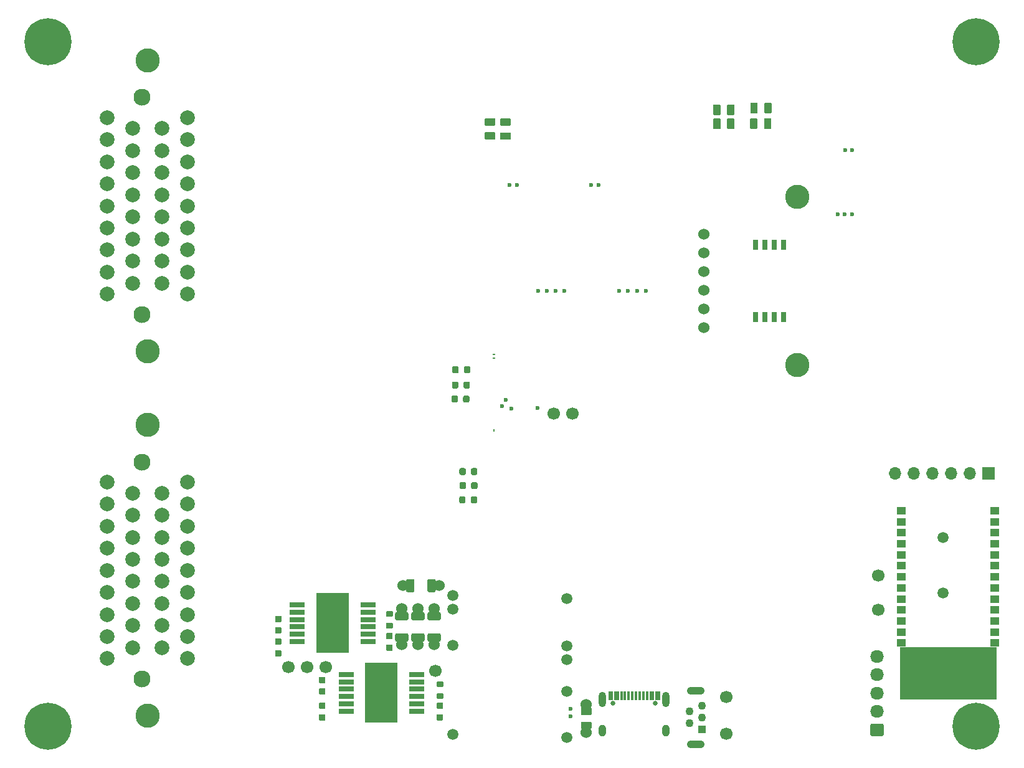
<source format=gts>
G04 #@! TF.GenerationSoftware,KiCad,Pcbnew,8.0.9-8.0.9-0~ubuntu24.04.1*
G04 #@! TF.CreationDate,2025-10-26T12:29:57+00:00*
G04 #@! TF.ProjectId,uaefi,75616566-692e-46b6-9963-61645f706362,E*
G04 #@! TF.SameCoordinates,Original*
G04 #@! TF.FileFunction,Soldermask,Top*
G04 #@! TF.FilePolarity,Negative*
%FSLAX46Y46*%
G04 Gerber Fmt 4.6, Leading zero omitted, Abs format (unit mm)*
G04 Created by KiCad (PCBNEW 8.0.9-8.0.9-0~ubuntu24.04.1) date 2025-10-26 12:29:57*
%MOMM*%
%LPD*%
G01*
G04 APERTURE LIST*
%ADD10C,0.120000*%
%ADD11C,1.700000*%
%ADD12C,3.300000*%
%ADD13C,2.300000*%
%ADD14C,2.000000*%
%ADD15C,0.800000*%
%ADD16C,6.400000*%
%ADD17C,1.524000*%
%ADD18O,1.850000X1.700000*%
%ADD19C,0.600000*%
%ADD20R,1.100000X1.100000*%
%ADD21C,1.100000*%
%ADD22O,2.400000X1.100000*%
%ADD23C,1.500000*%
%ADD24O,0.250000X0.499999*%
%ADD25O,0.499999X0.250000*%
%ADD26C,0.599999*%
%ADD27R,1.300000X1.000000*%
%ADD28R,2.000000X0.650000*%
%ADD29R,4.500000X8.100000*%
%ADD30C,0.650000*%
%ADD31R,0.300000X1.150000*%
%ADD32O,1.000000X2.100000*%
%ADD33O,1.000000X1.600000*%
%ADD34R,1.700000X1.700000*%
%ADD35O,1.700000X1.700000*%
%ADD36C,3.302000*%
%ADD37R,0.690000X1.350000*%
G04 APERTURE END LIST*
D10*
G04 #@! TO.C,U5*
X132332487Y7235000D02*
X119332487Y7235000D01*
X119332487Y14235000D01*
X132332487Y14235000D01*
X132332487Y7235000D01*
G36*
X132332487Y7235000D02*
G01*
X119332487Y7235000D01*
X119332487Y14235000D01*
X132332487Y14235000D01*
X132332487Y7235000D01*
G37*
G04 #@! TD*
G04 #@! TO.C,R40*
G36*
G01*
X64205000Y83249999D02*
X62955000Y83249999D01*
G75*
G02*
X62855000Y83349999I0J100000D01*
G01*
X62855000Y84149999D01*
G75*
G02*
X62955000Y84249999I100000J0D01*
G01*
X64205000Y84249999D01*
G75*
G02*
X64305000Y84149999I0J-100000D01*
G01*
X64305000Y83349999D01*
G75*
G02*
X64205000Y83249999I-100000J0D01*
G01*
G37*
G36*
G01*
X64205000Y85150021D02*
X62955000Y85150021D01*
G75*
G02*
X62855000Y85250021I0J100000D01*
G01*
X62855000Y86050021D01*
G75*
G02*
X62955000Y86150021I100000J0D01*
G01*
X64205000Y86150021D01*
G75*
G02*
X64305000Y86050021I0J-100000D01*
G01*
X64305000Y85250021D01*
G75*
G02*
X64205000Y85150021I-100000J0D01*
G01*
G37*
G04 #@! TD*
G04 #@! TO.C,C24*
G36*
G01*
X40442487Y10225001D02*
X41122487Y10225001D01*
G75*
G02*
X41207487Y10140001I0J-85000D01*
G01*
X41207487Y9460001D01*
G75*
G02*
X41122487Y9375001I-85000J0D01*
G01*
X40442487Y9375001D01*
G75*
G02*
X40357487Y9460001I0J85000D01*
G01*
X40357487Y10140001D01*
G75*
G02*
X40442487Y10225001I85000J0D01*
G01*
G37*
G36*
G01*
X40442487Y8644999D02*
X41122487Y8644999D01*
G75*
G02*
X41207487Y8559999I0J-85000D01*
G01*
X41207487Y7879999D01*
G75*
G02*
X41122487Y7794999I-85000J0D01*
G01*
X40442487Y7794999D01*
G75*
G02*
X40357487Y7879999I0J85000D01*
G01*
X40357487Y8559999D01*
G75*
G02*
X40442487Y8644999I85000J0D01*
G01*
G37*
G04 #@! TD*
G04 #@! TO.C,R39*
G36*
G01*
X101860001Y88145000D02*
X101860001Y86895000D01*
G75*
G02*
X101760001Y86795000I-100000J0D01*
G01*
X100960001Y86795000D01*
G75*
G02*
X100860001Y86895000I0J100000D01*
G01*
X100860001Y88145000D01*
G75*
G02*
X100960001Y88245000I100000J0D01*
G01*
X101760001Y88245000D01*
G75*
G02*
X101860001Y88145000I0J-100000D01*
G01*
G37*
G36*
G01*
X99959979Y88145000D02*
X99959979Y86895000D01*
G75*
G02*
X99859979Y86795000I-100000J0D01*
G01*
X99059979Y86795000D01*
G75*
G02*
X98959979Y86895000I0J100000D01*
G01*
X98959979Y88145000D01*
G75*
G02*
X99059979Y88245000I100000J0D01*
G01*
X99859979Y88245000D01*
G75*
G02*
X99959979Y88145000I0J-100000D01*
G01*
G37*
G04 #@! TD*
D11*
G04 #@! TO.C,P8*
X116382487Y19310000D03*
G04 #@! TD*
G04 #@! TO.C,P5*
X74782487Y46010000D03*
G04 #@! TD*
G04 #@! TO.C,C26*
G36*
G01*
X56442487Y6725001D02*
X57122487Y6725001D01*
G75*
G02*
X57207487Y6640001I0J-85000D01*
G01*
X57207487Y5960001D01*
G75*
G02*
X57122487Y5875001I-85000J0D01*
G01*
X56442487Y5875001D01*
G75*
G02*
X56357487Y5960001I0J85000D01*
G01*
X56357487Y6640001D01*
G75*
G02*
X56442487Y6725001I85000J0D01*
G01*
G37*
G36*
G01*
X56442487Y5144999D02*
X57122487Y5144999D01*
G75*
G02*
X57207487Y5059999I0J-85000D01*
G01*
X57207487Y4379999D01*
G75*
G02*
X57122487Y4294999I-85000J0D01*
G01*
X56442487Y4294999D01*
G75*
G02*
X56357487Y4379999I0J85000D01*
G01*
X56357487Y5059999D01*
G75*
G02*
X56442487Y5144999I85000J0D01*
G01*
G37*
G04 #@! TD*
D12*
G04 #@! TO.C,J25*
X17000000Y93985000D03*
D13*
X16250000Y88985000D03*
X16250000Y59485000D03*
D12*
X17000000Y54485000D03*
D14*
X22500000Y86235000D03*
X22500000Y83235000D03*
X22500000Y80235000D03*
X22500000Y77235000D03*
X22500000Y74235000D03*
X22500000Y71235000D03*
X22500000Y68235000D03*
X22500000Y65235000D03*
X22500000Y62235000D03*
X19000000Y84735000D03*
X19000000Y81735000D03*
X19000000Y78735000D03*
X19000000Y75735000D03*
X19000000Y72735000D03*
X19000000Y69735000D03*
X19000000Y66735000D03*
X19000000Y63735000D03*
X15000000Y84735000D03*
X15000000Y81735000D03*
X15000000Y78735000D03*
X15000000Y75735000D03*
X15000000Y72735000D03*
X15000000Y69735000D03*
X15000000Y66735000D03*
X15000000Y63735000D03*
X11500000Y86235000D03*
X11500000Y83235000D03*
X11500000Y80235000D03*
X11500000Y77235000D03*
X11500000Y74235000D03*
X11500000Y71235000D03*
X11500000Y68235000D03*
X11500000Y65235000D03*
X11500000Y62235000D03*
G04 #@! TD*
G04 #@! TO.C,C13*
G36*
G01*
X49567487Y16185001D02*
X50247487Y16185001D01*
G75*
G02*
X50332487Y16100001I0J-85000D01*
G01*
X50332487Y15420001D01*
G75*
G02*
X50247487Y15335001I-85000J0D01*
G01*
X49567487Y15335001D01*
G75*
G02*
X49482487Y15420001I0J85000D01*
G01*
X49482487Y16100001D01*
G75*
G02*
X49567487Y16185001I85000J0D01*
G01*
G37*
G36*
G01*
X49567487Y14604999D02*
X50247487Y14604999D01*
G75*
G02*
X50332487Y14519999I0J-85000D01*
G01*
X50332487Y13839999D01*
G75*
G02*
X50247487Y13754999I-85000J0D01*
G01*
X49567487Y13754999D01*
G75*
G02*
X49482487Y13839999I0J85000D01*
G01*
X49482487Y14519999D01*
G75*
G02*
X49567487Y14604999I85000J0D01*
G01*
G37*
G04 #@! TD*
D11*
G04 #@! TO.C,P15*
X38722487Y11510000D03*
G04 #@! TD*
D15*
G04 #@! TO.C,H1*
X1090000Y96510000D03*
X1792944Y98207056D03*
X1792944Y94812944D03*
X3490000Y98910000D03*
D16*
X3490000Y96510000D03*
D15*
X3490000Y94110000D03*
X5187056Y98207056D03*
X5187056Y94812944D03*
X5890000Y96510000D03*
G04 #@! TD*
G04 #@! TO.C,H4*
X127282487Y96510000D03*
X127985431Y98207056D03*
X127985431Y94812944D03*
X129682487Y98910000D03*
D16*
X129682487Y96510000D03*
D15*
X129682487Y94110000D03*
X131379543Y98207056D03*
X131379543Y94812944D03*
X132082487Y96510000D03*
G04 #@! TD*
D17*
G04 #@! TO.C,F4*
X51582487Y19460000D03*
G36*
G01*
X50682487Y18115010D02*
X50682487Y18805010D01*
G75*
G02*
X50912487Y19035010I230000J0D01*
G01*
X52252487Y19035010D01*
G75*
G02*
X52482487Y18805010I0J-230000D01*
G01*
X52482487Y18115010D01*
G75*
G02*
X52252487Y17885010I-230000J0D01*
G01*
X50912487Y17885010D01*
G75*
G02*
X50682487Y18115010I0J230000D01*
G01*
G37*
G36*
G01*
X50682487Y15214990D02*
X50682487Y15904990D01*
G75*
G02*
X50912487Y16134990I230000J0D01*
G01*
X52252487Y16134990D01*
G75*
G02*
X52482487Y15904990I0J-230000D01*
G01*
X52482487Y15214990D01*
G75*
G02*
X52252487Y14984990I-230000J0D01*
G01*
X50912487Y14984990D01*
G75*
G02*
X50682487Y15214990I0J230000D01*
G01*
G37*
X51582487Y14560000D03*
G04 #@! TD*
G04 #@! TO.C,R37*
G36*
G01*
X65045000Y86120001D02*
X66295000Y86120001D01*
G75*
G02*
X66395000Y86020001I0J-100000D01*
G01*
X66395000Y85220001D01*
G75*
G02*
X66295000Y85120001I-100000J0D01*
G01*
X65045000Y85120001D01*
G75*
G02*
X64945000Y85220001I0J100000D01*
G01*
X64945000Y86020001D01*
G75*
G02*
X65045000Y86120001I100000J0D01*
G01*
G37*
G36*
G01*
X65045000Y84219979D02*
X66295000Y84219979D01*
G75*
G02*
X66395000Y84119979I0J-100000D01*
G01*
X66395000Y83319979D01*
G75*
G02*
X66295000Y83219979I-100000J0D01*
G01*
X65045000Y83219979D01*
G75*
G02*
X64945000Y83319979I0J100000D01*
G01*
X64945000Y84119979D01*
G75*
G02*
X65045000Y84219979I100000J0D01*
G01*
G37*
G04 #@! TD*
G04 #@! TO.C,F9*
G36*
G01*
X59445000Y35953750D02*
X59445000Y36466250D01*
G75*
G02*
X59663750Y36685000I218750J0D01*
G01*
X60101250Y36685000D01*
G75*
G02*
X60320000Y36466250I0J-218750D01*
G01*
X60320000Y35953750D01*
G75*
G02*
X60101250Y35735000I-218750J0D01*
G01*
X59663750Y35735000D01*
G75*
G02*
X59445000Y35953750I0J218750D01*
G01*
G37*
G36*
G01*
X61020000Y35953750D02*
X61020000Y36466250D01*
G75*
G02*
X61238750Y36685000I218750J0D01*
G01*
X61676250Y36685000D01*
G75*
G02*
X61895000Y36466250I0J-218750D01*
G01*
X61895000Y35953750D01*
G75*
G02*
X61676250Y35735000I-218750J0D01*
G01*
X61238750Y35735000D01*
G75*
G02*
X61020000Y35953750I0J218750D01*
G01*
G37*
G04 #@! TD*
G04 #@! TO.C,C11*
G36*
G01*
X34442487Y18525001D02*
X35122487Y18525001D01*
G75*
G02*
X35207487Y18440001I0J-85000D01*
G01*
X35207487Y17760001D01*
G75*
G02*
X35122487Y17675001I-85000J0D01*
G01*
X34442487Y17675001D01*
G75*
G02*
X34357487Y17760001I0J85000D01*
G01*
X34357487Y18440001D01*
G75*
G02*
X34442487Y18525001I85000J0D01*
G01*
G37*
G36*
G01*
X34442487Y16944999D02*
X35122487Y16944999D01*
G75*
G02*
X35207487Y16859999I0J-85000D01*
G01*
X35207487Y16179999D01*
G75*
G02*
X35122487Y16094999I-85000J0D01*
G01*
X34442487Y16094999D01*
G75*
G02*
X34357487Y16179999I0J85000D01*
G01*
X34357487Y16859999D01*
G75*
G02*
X34442487Y16944999I85000J0D01*
G01*
G37*
G04 #@! TD*
G04 #@! TO.C,J7*
G36*
G01*
X116857487Y2160000D02*
X115507487Y2160000D01*
G75*
G02*
X115257487Y2410000I0J250000D01*
G01*
X115257487Y3610000D01*
G75*
G02*
X115507487Y3860000I250000J0D01*
G01*
X116857487Y3860000D01*
G75*
G02*
X117107487Y3610000I0J-250000D01*
G01*
X117107487Y2410000D01*
G75*
G02*
X116857487Y2160000I-250000J0D01*
G01*
G37*
D18*
X116182487Y5510000D03*
X116182487Y8010000D03*
X116182487Y10510000D03*
X116182487Y13010000D03*
G04 #@! TD*
G04 #@! TO.C,F6*
G36*
G01*
X58447500Y51703750D02*
X58447500Y52216250D01*
G75*
G02*
X58666250Y52435000I218750J0D01*
G01*
X59103750Y52435000D01*
G75*
G02*
X59322500Y52216250I0J-218750D01*
G01*
X59322500Y51703750D01*
G75*
G02*
X59103750Y51485000I-218750J0D01*
G01*
X58666250Y51485000D01*
G75*
G02*
X58447500Y51703750I0J218750D01*
G01*
G37*
G36*
G01*
X60022500Y51703750D02*
X60022500Y52216250D01*
G75*
G02*
X60241250Y52435000I218750J0D01*
G01*
X60678750Y52435000D01*
G75*
G02*
X60897500Y52216250I0J-218750D01*
G01*
X60897500Y51703750D01*
G75*
G02*
X60678750Y51485000I-218750J0D01*
G01*
X60241250Y51485000D01*
G75*
G02*
X60022500Y51703750I0J218750D01*
G01*
G37*
G04 #@! TD*
D11*
G04 #@! TO.C,P4*
X95682487Y7510000D03*
G04 #@! TD*
D15*
G04 #@! TO.C,H2*
X1090000Y3510000D03*
X1792944Y5207056D03*
X1792944Y1812944D03*
X3490000Y5910000D03*
D16*
X3490000Y3510000D03*
D15*
X3490000Y1110000D03*
X5187056Y5207056D03*
X5187056Y1812944D03*
X5890000Y3510000D03*
G04 #@! TD*
D19*
G04 #@! TO.C,M3*
X82357487Y62685000D03*
X81157487Y62685000D03*
X83557487Y62685000D03*
X84757487Y62685000D03*
X78297487Y77110000D03*
X77297487Y77110000D03*
G04 #@! TD*
D11*
G04 #@! TO.C,P17*
X36182487Y11510000D03*
G04 #@! TD*
G04 #@! TO.C,F10*
G36*
G01*
X59387500Y34013750D02*
X59387500Y34526250D01*
G75*
G02*
X59606250Y34745000I218750J0D01*
G01*
X60043750Y34745000D01*
G75*
G02*
X60262500Y34526250I0J-218750D01*
G01*
X60262500Y34013750D01*
G75*
G02*
X60043750Y33795000I-218750J0D01*
G01*
X59606250Y33795000D01*
G75*
G02*
X59387500Y34013750I0J218750D01*
G01*
G37*
G36*
G01*
X60962500Y34013750D02*
X60962500Y34526250D01*
G75*
G02*
X61181250Y34745000I218750J0D01*
G01*
X61618750Y34745000D01*
G75*
G02*
X61837500Y34526250I0J-218750D01*
G01*
X61837500Y34013750D01*
G75*
G02*
X61618750Y33795000I-218750J0D01*
G01*
X61181250Y33795000D01*
G75*
G02*
X60962500Y34013750I0J218750D01*
G01*
G37*
G04 #@! TD*
D20*
G04 #@! TO.C,J8*
X92432487Y3110000D03*
D21*
X90682487Y3910000D03*
X92432487Y4710000D03*
X90682487Y5510000D03*
X92432487Y6310000D03*
D22*
X91557487Y1060000D03*
X91557487Y8360000D03*
G04 #@! TD*
D17*
G04 #@! TO.C,F3*
X53782487Y19460000D03*
G36*
G01*
X52882487Y18115010D02*
X52882487Y18805010D01*
G75*
G02*
X53112487Y19035010I230000J0D01*
G01*
X54452487Y19035010D01*
G75*
G02*
X54682487Y18805010I0J-230000D01*
G01*
X54682487Y18115010D01*
G75*
G02*
X54452487Y17885010I-230000J0D01*
G01*
X53112487Y17885010D01*
G75*
G02*
X52882487Y18115010I0J230000D01*
G01*
G37*
G36*
G01*
X52882487Y15214990D02*
X52882487Y15904990D01*
G75*
G02*
X53112487Y16134990I230000J0D01*
G01*
X54452487Y16134990D01*
G75*
G02*
X54682487Y15904990I0J-230000D01*
G01*
X54682487Y15214990D01*
G75*
G02*
X54452487Y14984990I-230000J0D01*
G01*
X53112487Y14984990D01*
G75*
G02*
X52882487Y15214990I0J230000D01*
G01*
G37*
X53782487Y14560000D03*
G04 #@! TD*
D19*
G04 #@! TO.C,M2*
X112757486Y73135000D03*
X111807486Y73135000D03*
X110857488Y73135000D03*
X111857486Y81835000D03*
X112757486Y81835000D03*
G04 #@! TD*
G04 #@! TO.C,C25*
G36*
G01*
X41122487Y4294999D02*
X40442487Y4294999D01*
G75*
G02*
X40357487Y4379999I0J85000D01*
G01*
X40357487Y5059999D01*
G75*
G02*
X40442487Y5144999I85000J0D01*
G01*
X41122487Y5144999D01*
G75*
G02*
X41207487Y5059999I0J-85000D01*
G01*
X41207487Y4379999D01*
G75*
G02*
X41122487Y4294999I-85000J0D01*
G01*
G37*
G36*
G01*
X41122487Y5875001D02*
X40442487Y5875001D01*
G75*
G02*
X40357487Y5960001I0J85000D01*
G01*
X40357487Y6640001D01*
G75*
G02*
X40442487Y6725001I85000J0D01*
G01*
X41122487Y6725001D01*
G75*
G02*
X41207487Y6640001I0J-85000D01*
G01*
X41207487Y5960001D01*
G75*
G02*
X41122487Y5875001I-85000J0D01*
G01*
G37*
G04 #@! TD*
D11*
G04 #@! TO.C,P18*
X56182487Y11010000D03*
G04 #@! TD*
D12*
G04 #@! TO.C,J23*
X17000000Y44435000D03*
D13*
X16250000Y39435000D03*
X16250000Y9935000D03*
D12*
X17000000Y4935000D03*
D14*
X22500000Y36685000D03*
X22500000Y33685000D03*
X22500000Y30685000D03*
X22500000Y27685000D03*
X22500000Y24685000D03*
X22500000Y21685000D03*
X22500000Y18685000D03*
X22500000Y15685000D03*
X22500000Y12685000D03*
X19000000Y35185000D03*
X19000000Y32185000D03*
X19000000Y29185000D03*
X19000000Y26185000D03*
X19000000Y23185000D03*
X19000000Y20185000D03*
X19000000Y17185000D03*
X19000000Y14185000D03*
X15000000Y35185000D03*
X15000000Y32185000D03*
X15000000Y29185000D03*
X15000000Y26185000D03*
X15000000Y23185000D03*
X15000000Y20185000D03*
X15000000Y17185000D03*
X15000000Y14185000D03*
X11500000Y36685000D03*
X11500000Y33685000D03*
X11500000Y30685000D03*
X11500000Y27685000D03*
X11500000Y24685000D03*
X11500000Y21685000D03*
X11500000Y18685000D03*
X11500000Y15685000D03*
X11500000Y12685000D03*
G04 #@! TD*
D23*
G04 #@! TO.C,M1*
X74057482Y20834999D03*
X74057482Y14435002D03*
X74057482Y12534999D03*
X74057482Y8234999D03*
D19*
X74507481Y5835002D03*
X74507481Y4835001D03*
D23*
X74057482Y1984999D03*
X58557485Y21285001D03*
X58557485Y19435002D03*
X58557485Y14484999D03*
X58557485Y2435001D03*
G04 #@! TD*
G04 #@! TO.C,F8*
G36*
G01*
X59415000Y37863750D02*
X59415000Y38376250D01*
G75*
G02*
X59633750Y38595000I218750J0D01*
G01*
X60071250Y38595000D01*
G75*
G02*
X60290000Y38376250I0J-218750D01*
G01*
X60290000Y37863750D01*
G75*
G02*
X60071250Y37645000I-218750J0D01*
G01*
X59633750Y37645000D01*
G75*
G02*
X59415000Y37863750I0J218750D01*
G01*
G37*
G36*
G01*
X60990000Y37863750D02*
X60990000Y38376250D01*
G75*
G02*
X61208750Y38595000I218750J0D01*
G01*
X61646250Y38595000D01*
G75*
G02*
X61865000Y38376250I0J-218750D01*
G01*
X61865000Y37863750D01*
G75*
G02*
X61646250Y37645000I-218750J0D01*
G01*
X61208750Y37645000D01*
G75*
G02*
X60990000Y37863750I0J218750D01*
G01*
G37*
G04 #@! TD*
D11*
G04 #@! TO.C,P6*
X72242487Y46010000D03*
G04 #@! TD*
D24*
G04 #@! TO.C,M7*
X64082490Y43685005D03*
D25*
X64132488Y54034999D03*
X64132488Y53534998D03*
D26*
X65182486Y46985001D03*
X65707486Y47860003D03*
X66457484Y46684999D03*
X70007485Y46760002D03*
G04 #@! TD*
G04 #@! TO.C,R9*
G36*
G01*
X49517487Y19120000D02*
X50297487Y19120000D01*
G75*
G02*
X50367487Y19050000I0J-70000D01*
G01*
X50367487Y18490000D01*
G75*
G02*
X50297487Y18420000I-70000J0D01*
G01*
X49517487Y18420000D01*
G75*
G02*
X49447487Y18490000I0J70000D01*
G01*
X49447487Y19050000D01*
G75*
G02*
X49517487Y19120000I70000J0D01*
G01*
G37*
G36*
G01*
X49517487Y17520000D02*
X50297487Y17520000D01*
G75*
G02*
X50367487Y17450000I0J-70000D01*
G01*
X50367487Y16890000D01*
G75*
G02*
X50297487Y16820000I-70000J0D01*
G01*
X49517487Y16820000D01*
G75*
G02*
X49447487Y16890000I0J70000D01*
G01*
X49447487Y17450000D01*
G75*
G02*
X49517487Y17520000I70000J0D01*
G01*
G37*
G04 #@! TD*
G04 #@! TO.C,F7*
G36*
G01*
X58347500Y47723750D02*
X58347500Y48236250D01*
G75*
G02*
X58566250Y48455000I218750J0D01*
G01*
X59003750Y48455000D01*
G75*
G02*
X59222500Y48236250I0J-218750D01*
G01*
X59222500Y47723750D01*
G75*
G02*
X59003750Y47505000I-218750J0D01*
G01*
X58566250Y47505000D01*
G75*
G02*
X58347500Y47723750I0J218750D01*
G01*
G37*
G36*
G01*
X59922500Y47723750D02*
X59922500Y48236250D01*
G75*
G02*
X60141250Y48455000I218750J0D01*
G01*
X60578750Y48455000D01*
G75*
G02*
X60797500Y48236250I0J-218750D01*
G01*
X60797500Y47723750D01*
G75*
G02*
X60578750Y47505000I-218750J0D01*
G01*
X60141250Y47505000D01*
G75*
G02*
X59922500Y47723750I0J218750D01*
G01*
G37*
G04 #@! TD*
D27*
G04 #@! TO.C,U5*
X132182487Y14810000D03*
X132182487Y16310000D03*
X132182487Y17810000D03*
X132182487Y19310000D03*
X132182487Y20810000D03*
X132182487Y22310000D03*
X132182487Y23810000D03*
X132182487Y25310000D03*
X132182487Y26810000D03*
X132182487Y28310000D03*
X132182487Y29810000D03*
X132182487Y31310000D03*
X132182487Y32810000D03*
X119482487Y32810000D03*
X119482487Y31310000D03*
X119482487Y29810000D03*
X119482487Y28310000D03*
X119482487Y26810000D03*
X119482487Y25310000D03*
X119482487Y23810000D03*
X119482487Y22310000D03*
X119482487Y20810000D03*
X119482487Y19310000D03*
X119482487Y17810000D03*
X119482487Y16310000D03*
X119482487Y14810000D03*
G04 #@! TD*
G04 #@! TO.C,R35*
G36*
G01*
X96820001Y86005000D02*
X96820001Y84755000D01*
G75*
G02*
X96720001Y84655000I-100000J0D01*
G01*
X95920001Y84655000D01*
G75*
G02*
X95820001Y84755000I0J100000D01*
G01*
X95820001Y86005000D01*
G75*
G02*
X95920001Y86105000I100000J0D01*
G01*
X96720001Y86105000D01*
G75*
G02*
X96820001Y86005000I0J-100000D01*
G01*
G37*
G36*
G01*
X94919979Y86005000D02*
X94919979Y84755000D01*
G75*
G02*
X94819979Y84655000I-100000J0D01*
G01*
X94019979Y84655000D01*
G75*
G02*
X93919979Y84755000I0J100000D01*
G01*
X93919979Y86005000D01*
G75*
G02*
X94019979Y86105000I100000J0D01*
G01*
X94819979Y86105000D01*
G75*
G02*
X94919979Y86005000I0J-100000D01*
G01*
G37*
G04 #@! TD*
D17*
G04 #@! TO.C,F1*
X55982487Y19460000D03*
G36*
G01*
X55082487Y18115010D02*
X55082487Y18805010D01*
G75*
G02*
X55312487Y19035010I230000J0D01*
G01*
X56652487Y19035010D01*
G75*
G02*
X56882487Y18805010I0J-230000D01*
G01*
X56882487Y18115010D01*
G75*
G02*
X56652487Y17885010I-230000J0D01*
G01*
X55312487Y17885010D01*
G75*
G02*
X55082487Y18115010I0J230000D01*
G01*
G37*
G36*
G01*
X55082487Y15214990D02*
X55082487Y15904990D01*
G75*
G02*
X55312487Y16134990I230000J0D01*
G01*
X56652487Y16134990D01*
G75*
G02*
X56882487Y15904990I0J-230000D01*
G01*
X56882487Y15214990D01*
G75*
G02*
X56652487Y14984990I-230000J0D01*
G01*
X55312487Y14984990D01*
G75*
G02*
X55082487Y15214990I0J230000D01*
G01*
G37*
X55982487Y14560000D03*
G04 #@! TD*
D11*
G04 #@! TO.C,P3*
X95682487Y2510000D03*
G04 #@! TD*
D17*
G04 #@! TO.C,R4*
X76657096Y6484609D03*
G36*
G01*
X76032096Y6029610D02*
X77282096Y6029610D01*
G75*
G02*
X77382096Y5929610I0J-100000D01*
G01*
X77382096Y5129610D01*
G75*
G02*
X77282096Y5029610I-100000J0D01*
G01*
X76032096Y5029610D01*
G75*
G02*
X75932096Y5129610I0J100000D01*
G01*
X75932096Y5929610D01*
G75*
G02*
X76032096Y6029610I100000J0D01*
G01*
G37*
G36*
G01*
X76032096Y4129588D02*
X77282096Y4129588D01*
G75*
G02*
X77382096Y4029588I0J-100000D01*
G01*
X77382096Y3229588D01*
G75*
G02*
X77282096Y3129588I-100000J0D01*
G01*
X76032096Y3129588D01*
G75*
G02*
X75932096Y3229588I0J100000D01*
G01*
X75932096Y4029588D01*
G75*
G02*
X76032096Y4129588I100000J0D01*
G01*
G37*
X76657096Y2674609D03*
G04 #@! TD*
G04 #@! TO.C,R38*
G36*
G01*
X93909978Y86655000D02*
X93909978Y87905000D01*
G75*
G02*
X94009978Y88005000I100000J0D01*
G01*
X94809978Y88005000D01*
G75*
G02*
X94909978Y87905000I0J-100000D01*
G01*
X94909978Y86655000D01*
G75*
G02*
X94809978Y86555000I-100000J0D01*
G01*
X94009978Y86555000D01*
G75*
G02*
X93909978Y86655000I0J100000D01*
G01*
G37*
G36*
G01*
X95810000Y86655000D02*
X95810000Y87905000D01*
G75*
G02*
X95910000Y88005000I100000J0D01*
G01*
X96710000Y88005000D01*
G75*
G02*
X96810000Y87905000I0J-100000D01*
G01*
X96810000Y86655000D01*
G75*
G02*
X96710000Y86555000I-100000J0D01*
G01*
X95910000Y86555000D01*
G75*
G02*
X95810000Y86655000I0J100000D01*
G01*
G37*
G04 #@! TD*
G04 #@! TO.C,R36*
G36*
G01*
X98919999Y84785000D02*
X98919999Y86035000D01*
G75*
G02*
X99019999Y86135000I100000J0D01*
G01*
X99819999Y86135000D01*
G75*
G02*
X99919999Y86035000I0J-100000D01*
G01*
X99919999Y84785000D01*
G75*
G02*
X99819999Y84685000I-100000J0D01*
G01*
X99019999Y84685000D01*
G75*
G02*
X98919999Y84785000I0J100000D01*
G01*
G37*
G36*
G01*
X100820021Y84785000D02*
X100820021Y86035000D01*
G75*
G02*
X100920021Y86135000I100000J0D01*
G01*
X101720021Y86135000D01*
G75*
G02*
X101820021Y86035000I0J-100000D01*
G01*
X101820021Y84785000D01*
G75*
G02*
X101720021Y84685000I-100000J0D01*
G01*
X100920021Y84685000D01*
G75*
G02*
X100820021Y84785000I0J100000D01*
G01*
G37*
G04 #@! TD*
G04 #@! TO.C,F5*
G36*
G01*
X58405000Y49613750D02*
X58405000Y50126250D01*
G75*
G02*
X58623750Y50345000I218750J0D01*
G01*
X59061250Y50345000D01*
G75*
G02*
X59280000Y50126250I0J-218750D01*
G01*
X59280000Y49613750D01*
G75*
G02*
X59061250Y49395000I-218750J0D01*
G01*
X58623750Y49395000D01*
G75*
G02*
X58405000Y49613750I0J218750D01*
G01*
G37*
G36*
G01*
X59980000Y49613750D02*
X59980000Y50126250D01*
G75*
G02*
X60198750Y50345000I218750J0D01*
G01*
X60636250Y50345000D01*
G75*
G02*
X60855000Y50126250I0J-218750D01*
G01*
X60855000Y49613750D01*
G75*
G02*
X60636250Y49395000I-218750J0D01*
G01*
X60198750Y49395000D01*
G75*
G02*
X59980000Y49613750I0J218750D01*
G01*
G37*
G04 #@! TD*
D28*
G04 #@! TO.C,U1*
X37382487Y20010000D03*
X37382487Y19010000D03*
X37382487Y18010000D03*
X37382487Y17010000D03*
X37382487Y16010000D03*
X37382487Y15010000D03*
X46982487Y15010000D03*
X46982487Y16010000D03*
X46982487Y17010000D03*
X46982487Y18010000D03*
X46982487Y19010000D03*
X46982487Y20010000D03*
D29*
X42182487Y17510000D03*
G04 #@! TD*
D28*
G04 #@! TO.C,U2*
X44007487Y10550000D03*
X44007487Y9550000D03*
X44007487Y8550000D03*
X44007487Y7550000D03*
X44007487Y6550000D03*
X44007487Y5550000D03*
X53607487Y5550000D03*
X53607487Y6550000D03*
X53607487Y7550000D03*
X53607487Y8550000D03*
X53607487Y9550000D03*
X53607487Y10550000D03*
D29*
X48807487Y8050000D03*
G04 #@! TD*
D11*
G04 #@! TO.C,P7*
X116382487Y24010000D03*
G04 #@! TD*
D30*
G04 #@! TO.C,J9*
X80292487Y6615000D03*
X86072487Y6615000D03*
D31*
X79832487Y7680000D03*
X80632487Y7680000D03*
X81932487Y7680000D03*
X82932487Y7680000D03*
X83432487Y7680000D03*
X84432487Y7680000D03*
X85732487Y7680000D03*
X86532487Y7680000D03*
X86232487Y7680000D03*
X85432487Y7680000D03*
X84932487Y7680000D03*
X83932487Y7680000D03*
X82432487Y7680000D03*
X81432487Y7680000D03*
X80932487Y7680000D03*
X80132487Y7680000D03*
D32*
X78862487Y7115000D03*
D33*
X78862487Y2935000D03*
D32*
X87502487Y7115000D03*
D33*
X87502487Y2935000D03*
G04 #@! TD*
D15*
G04 #@! TO.C,H3*
X127282487Y3510000D03*
X127985431Y5207056D03*
X127985431Y1812944D03*
X129682487Y5910000D03*
D16*
X129682487Y3510000D03*
D15*
X129682487Y1110000D03*
X131379543Y5207056D03*
X131379543Y1812944D03*
X132082487Y3510000D03*
G04 #@! TD*
D19*
G04 #@! TO.C,M4*
X71307487Y62685000D03*
X70107487Y62685000D03*
X72507487Y62685000D03*
X73707487Y62685000D03*
X67247487Y77110000D03*
X66247487Y77110000D03*
G04 #@! TD*
D17*
G04 #@! TO.C,F2*
X51732487Y22610000D03*
G36*
G01*
X53077477Y21710000D02*
X52387477Y21710000D01*
G75*
G02*
X52157477Y21940000I0J230000D01*
G01*
X52157477Y23280000D01*
G75*
G02*
X52387477Y23510000I230000J0D01*
G01*
X53077477Y23510000D01*
G75*
G02*
X53307477Y23280000I0J-230000D01*
G01*
X53307477Y21940000D01*
G75*
G02*
X53077477Y21710000I-230000J0D01*
G01*
G37*
G36*
G01*
X55977497Y21710000D02*
X55287497Y21710000D01*
G75*
G02*
X55057497Y21940000I0J230000D01*
G01*
X55057497Y23280000D01*
G75*
G02*
X55287497Y23510000I230000J0D01*
G01*
X55977497Y23510000D01*
G75*
G02*
X56207497Y23280000I0J-230000D01*
G01*
X56207497Y21940000D01*
G75*
G02*
X55977497Y21710000I-230000J0D01*
G01*
G37*
X56632487Y22610000D03*
G04 #@! TD*
D34*
G04 #@! TO.C,J6*
X131332487Y37910000D03*
D35*
X128792487Y37910000D03*
X126252487Y37910000D03*
X123712487Y37910000D03*
X121172487Y37910000D03*
X118632487Y37910000D03*
G04 #@! TD*
G04 #@! TO.C,R14*
G36*
G01*
X56392487Y9560000D02*
X57172487Y9560000D01*
G75*
G02*
X57242487Y9490000I0J-70000D01*
G01*
X57242487Y8930000D01*
G75*
G02*
X57172487Y8860000I-70000J0D01*
G01*
X56392487Y8860000D01*
G75*
G02*
X56322487Y8930000I0J70000D01*
G01*
X56322487Y9490000D01*
G75*
G02*
X56392487Y9560000I70000J0D01*
G01*
G37*
G36*
G01*
X56392487Y7960000D02*
X57172487Y7960000D01*
G75*
G02*
X57242487Y7890000I0J-70000D01*
G01*
X57242487Y7330000D01*
G75*
G02*
X57172487Y7260000I-70000J0D01*
G01*
X56392487Y7260000D01*
G75*
G02*
X56322487Y7330000I0J70000D01*
G01*
X56322487Y7890000D01*
G75*
G02*
X56392487Y7960000I70000J0D01*
G01*
G37*
G04 #@! TD*
D36*
G04 #@! TO.C,U3*
X105385737Y75440000D03*
X105385737Y52580000D03*
D37*
X103505737Y68952500D03*
X103505737Y59110000D03*
X102235737Y59110000D03*
X100965737Y59110000D03*
X99695737Y59110000D03*
D17*
X92685737Y70360000D03*
D37*
X99695737Y68952500D03*
X100965737Y68952500D03*
D17*
X92685737Y67820000D03*
D37*
X102235737Y68952500D03*
D17*
X92685737Y65280000D03*
X92685737Y62740000D03*
X92685737Y60200000D03*
X92685737Y57660000D03*
G04 #@! TD*
D11*
G04 #@! TO.C,P16*
X41262487Y11510000D03*
G04 #@! TD*
G04 #@! TO.C,C12*
G36*
G01*
X35122487Y12994999D02*
X34442487Y12994999D01*
G75*
G02*
X34357487Y13079999I0J85000D01*
G01*
X34357487Y13759999D01*
G75*
G02*
X34442487Y13844999I85000J0D01*
G01*
X35122487Y13844999D01*
G75*
G02*
X35207487Y13759999I0J-85000D01*
G01*
X35207487Y13079999D01*
G75*
G02*
X35122487Y12994999I-85000J0D01*
G01*
G37*
G36*
G01*
X35122487Y14575001D02*
X34442487Y14575001D01*
G75*
G02*
X34357487Y14660001I0J85000D01*
G01*
X34357487Y15340001D01*
G75*
G02*
X34442487Y15425001I85000J0D01*
G01*
X35122487Y15425001D01*
G75*
G02*
X35207487Y15340001I0J-85000D01*
G01*
X35207487Y14660001D01*
G75*
G02*
X35122487Y14575001I-85000J0D01*
G01*
G37*
G04 #@! TD*
D23*
G04 #@! TO.C,BT1*
X125182487Y21610142D03*
X125182487Y29110000D03*
G04 #@! TD*
M02*

</source>
